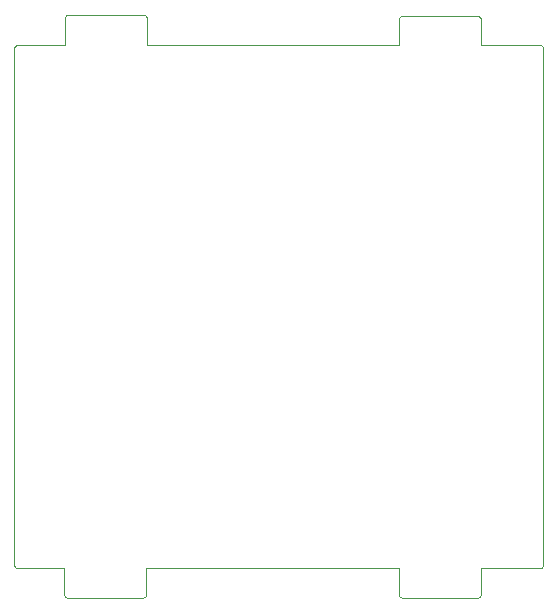
<source format=gbr>
G04 #@! TF.GenerationSoftware,KiCad,Pcbnew,(5.1.0-0)*
G04 #@! TF.CreationDate,2019-05-12T09:59:49-07:00*
G04 #@! TF.ProjectId,shitty_pixel,73686974-7479-45f7-9069-78656c2e6b69,rev?*
G04 #@! TF.SameCoordinates,Original*
G04 #@! TF.FileFunction,Profile,NP*
%FSLAX46Y46*%
G04 Gerber Fmt 4.6, Leading zero omitted, Abs format (unit mm)*
G04 Created by KiCad (PCBNEW (5.1.0-0)) date 2019-05-12 09:59:49*
%MOMM*%
%LPD*%
G04 APERTURE LIST*
%ADD10C,0.100000*%
G04 APERTURE END LIST*
D10*
X132457051Y-72597966D02*
X132387071Y-72605368D01*
X132387071Y-72605368D02*
X132321985Y-72626606D01*
X132321985Y-72626606D02*
X132263160Y-72660229D01*
X132263160Y-72660229D02*
X132211964Y-72704785D01*
X132211964Y-72704785D02*
X132169764Y-72758824D01*
X132169764Y-72758824D02*
X132137928Y-72820893D01*
X132137928Y-72820893D02*
X132117825Y-72889542D01*
X132117825Y-72889542D02*
X132110815Y-72963318D01*
X132110815Y-72963318D02*
X132110815Y-75156466D01*
X132110815Y-75156466D02*
X128170491Y-75156466D01*
X128170491Y-75156466D02*
X128100460Y-75163486D01*
X128100460Y-75163486D02*
X128035302Y-75183639D01*
X128035302Y-75183639D02*
X127976393Y-75215545D01*
X127976393Y-75215545D02*
X127925109Y-75257828D01*
X127925109Y-75257828D02*
X127882826Y-75309112D01*
X127882826Y-75309112D02*
X127850920Y-75368021D01*
X127850920Y-75368021D02*
X127830767Y-75433179D01*
X127830767Y-75433179D02*
X127823747Y-75503210D01*
X127823747Y-75503210D02*
X127823747Y-119118124D01*
X127823747Y-119118124D02*
X127830767Y-119188134D01*
X127830767Y-119188134D02*
X127850920Y-119253234D01*
X127850920Y-119253234D02*
X127882826Y-119312064D01*
X127882826Y-119312064D02*
X127925109Y-119363254D01*
X127925109Y-119363254D02*
X127976393Y-119405444D01*
X127976393Y-119405444D02*
X128035302Y-119437264D01*
X128035302Y-119437264D02*
X128100460Y-119457374D01*
X128100460Y-119457374D02*
X128170491Y-119464374D01*
X128170491Y-119464374D02*
X132063276Y-119464374D01*
X132063276Y-119464374D02*
X132063276Y-121601194D01*
X132063276Y-121601194D02*
X132070306Y-121674944D01*
X132070306Y-121674944D02*
X132090470Y-121743534D01*
X132090470Y-121743534D02*
X132122389Y-121805524D01*
X132122389Y-121805524D02*
X132164684Y-121859464D01*
X132164684Y-121859464D02*
X132215975Y-121903924D01*
X132215975Y-121903924D02*
X132274883Y-121937464D01*
X132274883Y-121937464D02*
X132340027Y-121958634D01*
X132340027Y-121958634D02*
X132410029Y-121966034D01*
X132410029Y-121966034D02*
X138691817Y-121966034D01*
X138691817Y-121966034D02*
X138761817Y-121958634D01*
X138761817Y-121958634D02*
X138826967Y-121937464D01*
X138826967Y-121937464D02*
X138885877Y-121903924D01*
X138885877Y-121903924D02*
X138937167Y-121859464D01*
X138937167Y-121859464D02*
X138979457Y-121805524D01*
X138979457Y-121805524D02*
X139011377Y-121743534D01*
X139011377Y-121743534D02*
X139031537Y-121674944D01*
X139031537Y-121674944D02*
X139038537Y-121601194D01*
X139038537Y-121601194D02*
X139038537Y-119464374D01*
X139038537Y-119464374D02*
X160414491Y-119464374D01*
X160414491Y-119464374D02*
X160414491Y-121601194D01*
X160414491Y-121601194D02*
X160421491Y-121674944D01*
X160421491Y-121674944D02*
X160441601Y-121743534D01*
X160441601Y-121743534D02*
X160473441Y-121805524D01*
X160473441Y-121805524D02*
X160515641Y-121859464D01*
X160515641Y-121859464D02*
X160566831Y-121903924D01*
X160566831Y-121903924D02*
X160625661Y-121937464D01*
X160625661Y-121937464D02*
X160690751Y-121958634D01*
X160690751Y-121958634D02*
X160760731Y-121966034D01*
X160760731Y-121966034D02*
X167043034Y-121966034D01*
X167043034Y-121966034D02*
X167113014Y-121958634D01*
X167113014Y-121958634D02*
X167178094Y-121937464D01*
X167178094Y-121937464D02*
X167236914Y-121903924D01*
X167236914Y-121903924D02*
X167288114Y-121859464D01*
X167288114Y-121859464D02*
X167330314Y-121805524D01*
X167330314Y-121805524D02*
X167362154Y-121743534D01*
X167362154Y-121743534D02*
X167382264Y-121674944D01*
X167382264Y-121674944D02*
X167389264Y-121601194D01*
X167389264Y-121601194D02*
X167389264Y-119464374D01*
X167389264Y-119464374D02*
X172311445Y-119464374D01*
X172311445Y-119464374D02*
X172381475Y-119457374D01*
X172381475Y-119457374D02*
X172446635Y-119437264D01*
X172446635Y-119437264D02*
X172505545Y-119405444D01*
X172505545Y-119405444D02*
X172556835Y-119363254D01*
X172556835Y-119363254D02*
X172599115Y-119312064D01*
X172599115Y-119312064D02*
X172631025Y-119253234D01*
X172631025Y-119253234D02*
X172651185Y-119188134D01*
X172651185Y-119188134D02*
X172658185Y-119118124D01*
X172658185Y-119118124D02*
X172658185Y-75503215D01*
X172658185Y-75503215D02*
X172651185Y-75433184D01*
X172651185Y-75433184D02*
X172631025Y-75368026D01*
X172631025Y-75368026D02*
X172599115Y-75309117D01*
X172599115Y-75309117D02*
X172556835Y-75257833D01*
X172556835Y-75257833D02*
X172505545Y-75215550D01*
X172505545Y-75215550D02*
X172446635Y-75183644D01*
X172446635Y-75183644D02*
X172381475Y-75163491D01*
X172381475Y-75163491D02*
X172311445Y-75156471D01*
X172311445Y-75156471D02*
X167374299Y-75156471D01*
X167374299Y-75156471D02*
X167374299Y-73056853D01*
X167374299Y-73056853D02*
X167367299Y-72983076D01*
X167367299Y-72983076D02*
X167347189Y-72914427D01*
X167347189Y-72914427D02*
X167315349Y-72852358D01*
X167315349Y-72852358D02*
X167273149Y-72798320D01*
X167273149Y-72798320D02*
X167221949Y-72753763D01*
X167221949Y-72753763D02*
X167163129Y-72720140D01*
X167163129Y-72720140D02*
X167098039Y-72698902D01*
X167098039Y-72698902D02*
X167028059Y-72691500D01*
X167028059Y-72691500D02*
X160745755Y-72691500D01*
X160745755Y-72691500D02*
X160675775Y-72698902D01*
X160675775Y-72698902D02*
X160610685Y-72720140D01*
X160610685Y-72720140D02*
X160551865Y-72753763D01*
X160551865Y-72753763D02*
X160500665Y-72798320D01*
X160500665Y-72798320D02*
X160458465Y-72852358D01*
X160458465Y-72852358D02*
X160426625Y-72914427D01*
X160426625Y-72914427D02*
X160406515Y-72983076D01*
X160406515Y-72983076D02*
X160399515Y-73056853D01*
X160399515Y-73056853D02*
X160399515Y-75156466D01*
X160399515Y-75156466D02*
X139085587Y-75156466D01*
X139085587Y-75156466D02*
X139085587Y-72963318D01*
X139085587Y-72963318D02*
X139078587Y-72889542D01*
X139078587Y-72889542D02*
X139058487Y-72820893D01*
X139058487Y-72820893D02*
X139026647Y-72758824D01*
X139026647Y-72758824D02*
X138984447Y-72704785D01*
X138984447Y-72704785D02*
X138933247Y-72660229D01*
X138933247Y-72660229D02*
X138874417Y-72626606D01*
X138874417Y-72626606D02*
X138809327Y-72605368D01*
X138809327Y-72605368D02*
X138739347Y-72597966D01*
X138739347Y-72597966D02*
X132457051Y-72597966D01*
X132457051Y-72597966D02*
X132457051Y-72597966D01*
M02*

</source>
